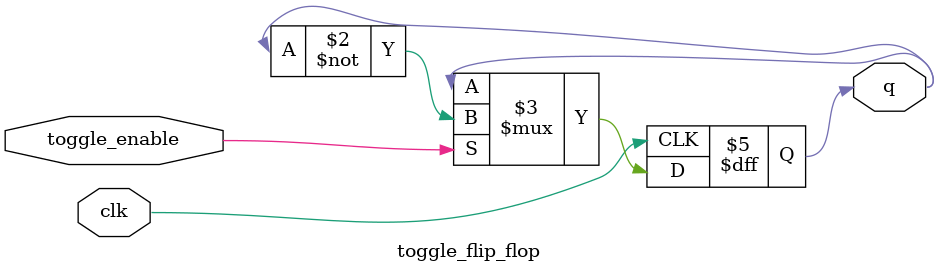
<source format=sv>
module rising_edge_t_ff (
    input  wire clk,
    input  wire t,
    output wire q
);
    // 内部信号定义
    wire edge_detected;
    
    // 实例化子模块
    edge_detector u_edge_detector (
        .clk           (clk),
        .signal        (t),
        .rising_edge   (edge_detected)
    );
    
    toggle_flip_flop u_toggle_flip_flop (
        .clk           (clk),
        .toggle_enable (edge_detected),
        .q             (q)
    );
    
endmodule

// 边沿检测子模块
module edge_detector (
    input  wire clk,
    input  wire signal,
    output wire rising_edge
);
    reg signal_prev;
    
    always @(posedge clk) begin
        signal_prev <= signal;
    end
    
    assign rising_edge = signal && !signal_prev;
    
endmodule

// T触发器核心子模块
module toggle_flip_flop (
    input  wire clk,
    input  wire toggle_enable,
    output reg  q
);
    
    always @(posedge clk) begin
        if (toggle_enable)
            q <= ~q;
    end
    
endmodule
</source>
